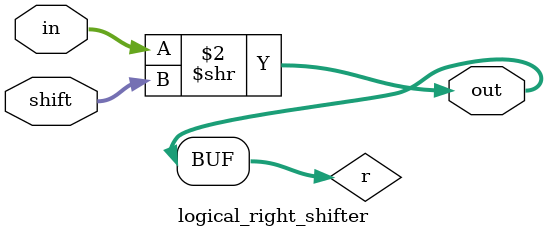
<source format=sv>
module logical_right_shifter

#(parameter W=3)
(
  input logic [W-1:0] in,
  input logic [W-1:0] shift,
  output logic [W-1:0] out
);

logic [W-1:0] r;

always_comb begin
  r = in >> shift;
end

assign out = r;

endmodule

</source>
